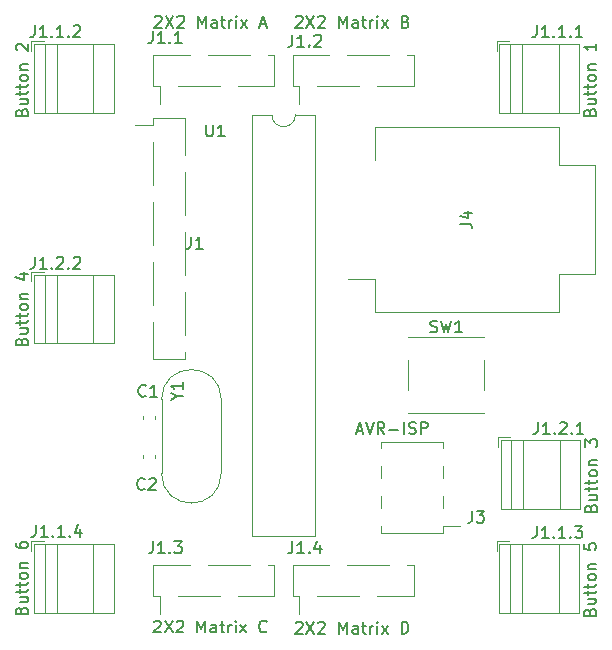
<source format=gbr>
%TF.GenerationSoftware,KiCad,Pcbnew,8.0.7*%
%TF.CreationDate,2024-12-21T11:08:24+01:00*%
%TF.ProjectId,circuit,63697263-7569-4742-9e6b-696361645f70,rev?*%
%TF.SameCoordinates,Original*%
%TF.FileFunction,Legend,Top*%
%TF.FilePolarity,Positive*%
%FSLAX46Y46*%
G04 Gerber Fmt 4.6, Leading zero omitted, Abs format (unit mm)*
G04 Created by KiCad (PCBNEW 8.0.7) date 2024-12-21 11:08:24*
%MOMM*%
%LPD*%
G01*
G04 APERTURE LIST*
%ADD10C,0.150000*%
%ADD11C,0.120000*%
G04 APERTURE END LIST*
D10*
X246438095Y-88954819D02*
X246438095Y-89669104D01*
X246438095Y-89669104D02*
X246390476Y-89811961D01*
X246390476Y-89811961D02*
X246295238Y-89907200D01*
X246295238Y-89907200D02*
X246152381Y-89954819D01*
X246152381Y-89954819D02*
X246057143Y-89954819D01*
X247438095Y-89954819D02*
X246866667Y-89954819D01*
X247152381Y-89954819D02*
X247152381Y-88954819D01*
X247152381Y-88954819D02*
X247057143Y-89097676D01*
X247057143Y-89097676D02*
X246961905Y-89192914D01*
X246961905Y-89192914D02*
X246866667Y-89240533D01*
X247866667Y-89859580D02*
X247914286Y-89907200D01*
X247914286Y-89907200D02*
X247866667Y-89954819D01*
X247866667Y-89954819D02*
X247819048Y-89907200D01*
X247819048Y-89907200D02*
X247866667Y-89859580D01*
X247866667Y-89859580D02*
X247866667Y-89954819D01*
X248866666Y-89954819D02*
X248295238Y-89954819D01*
X248580952Y-89954819D02*
X248580952Y-88954819D01*
X248580952Y-88954819D02*
X248485714Y-89097676D01*
X248485714Y-89097676D02*
X248390476Y-89192914D01*
X248390476Y-89192914D02*
X248295238Y-89240533D01*
X249295238Y-89859580D02*
X249342857Y-89907200D01*
X249342857Y-89907200D02*
X249295238Y-89954819D01*
X249295238Y-89954819D02*
X249247619Y-89907200D01*
X249247619Y-89907200D02*
X249295238Y-89859580D01*
X249295238Y-89859580D02*
X249295238Y-89954819D01*
X249676190Y-88954819D02*
X250295237Y-88954819D01*
X250295237Y-88954819D02*
X249961904Y-89335771D01*
X249961904Y-89335771D02*
X250104761Y-89335771D01*
X250104761Y-89335771D02*
X250199999Y-89383390D01*
X250199999Y-89383390D02*
X250247618Y-89431009D01*
X250247618Y-89431009D02*
X250295237Y-89526247D01*
X250295237Y-89526247D02*
X250295237Y-89764342D01*
X250295237Y-89764342D02*
X250247618Y-89859580D01*
X250247618Y-89859580D02*
X250199999Y-89907200D01*
X250199999Y-89907200D02*
X250104761Y-89954819D01*
X250104761Y-89954819D02*
X249819047Y-89954819D01*
X249819047Y-89954819D02*
X249723809Y-89907200D01*
X249723809Y-89907200D02*
X249676190Y-89859580D01*
X250931009Y-96214286D02*
X250978628Y-96071429D01*
X250978628Y-96071429D02*
X251026247Y-96023810D01*
X251026247Y-96023810D02*
X251121485Y-95976191D01*
X251121485Y-95976191D02*
X251264342Y-95976191D01*
X251264342Y-95976191D02*
X251359580Y-96023810D01*
X251359580Y-96023810D02*
X251407200Y-96071429D01*
X251407200Y-96071429D02*
X251454819Y-96166667D01*
X251454819Y-96166667D02*
X251454819Y-96547619D01*
X251454819Y-96547619D02*
X250454819Y-96547619D01*
X250454819Y-96547619D02*
X250454819Y-96214286D01*
X250454819Y-96214286D02*
X250502438Y-96119048D01*
X250502438Y-96119048D02*
X250550057Y-96071429D01*
X250550057Y-96071429D02*
X250645295Y-96023810D01*
X250645295Y-96023810D02*
X250740533Y-96023810D01*
X250740533Y-96023810D02*
X250835771Y-96071429D01*
X250835771Y-96071429D02*
X250883390Y-96119048D01*
X250883390Y-96119048D02*
X250931009Y-96214286D01*
X250931009Y-96214286D02*
X250931009Y-96547619D01*
X250788152Y-95119048D02*
X251454819Y-95119048D01*
X250788152Y-95547619D02*
X251311961Y-95547619D01*
X251311961Y-95547619D02*
X251407200Y-95500000D01*
X251407200Y-95500000D02*
X251454819Y-95404762D01*
X251454819Y-95404762D02*
X251454819Y-95261905D01*
X251454819Y-95261905D02*
X251407200Y-95166667D01*
X251407200Y-95166667D02*
X251359580Y-95119048D01*
X250788152Y-94785714D02*
X250788152Y-94404762D01*
X250454819Y-94642857D02*
X251311961Y-94642857D01*
X251311961Y-94642857D02*
X251407200Y-94595238D01*
X251407200Y-94595238D02*
X251454819Y-94500000D01*
X251454819Y-94500000D02*
X251454819Y-94404762D01*
X250788152Y-94214285D02*
X250788152Y-93833333D01*
X250454819Y-94071428D02*
X251311961Y-94071428D01*
X251311961Y-94071428D02*
X251407200Y-94023809D01*
X251407200Y-94023809D02*
X251454819Y-93928571D01*
X251454819Y-93928571D02*
X251454819Y-93833333D01*
X251454819Y-93357142D02*
X251407200Y-93452380D01*
X251407200Y-93452380D02*
X251359580Y-93499999D01*
X251359580Y-93499999D02*
X251264342Y-93547618D01*
X251264342Y-93547618D02*
X250978628Y-93547618D01*
X250978628Y-93547618D02*
X250883390Y-93499999D01*
X250883390Y-93499999D02*
X250835771Y-93452380D01*
X250835771Y-93452380D02*
X250788152Y-93357142D01*
X250788152Y-93357142D02*
X250788152Y-93214285D01*
X250788152Y-93214285D02*
X250835771Y-93119047D01*
X250835771Y-93119047D02*
X250883390Y-93071428D01*
X250883390Y-93071428D02*
X250978628Y-93023809D01*
X250978628Y-93023809D02*
X251264342Y-93023809D01*
X251264342Y-93023809D02*
X251359580Y-93071428D01*
X251359580Y-93071428D02*
X251407200Y-93119047D01*
X251407200Y-93119047D02*
X251454819Y-93214285D01*
X251454819Y-93214285D02*
X251454819Y-93357142D01*
X250788152Y-92595237D02*
X251454819Y-92595237D01*
X250883390Y-92595237D02*
X250835771Y-92547618D01*
X250835771Y-92547618D02*
X250788152Y-92452380D01*
X250788152Y-92452380D02*
X250788152Y-92309523D01*
X250788152Y-92309523D02*
X250835771Y-92214285D01*
X250835771Y-92214285D02*
X250931009Y-92166666D01*
X250931009Y-92166666D02*
X251454819Y-92166666D01*
X250454819Y-90452380D02*
X250454819Y-90928570D01*
X250454819Y-90928570D02*
X250931009Y-90976189D01*
X250931009Y-90976189D02*
X250883390Y-90928570D01*
X250883390Y-90928570D02*
X250835771Y-90833332D01*
X250835771Y-90833332D02*
X250835771Y-90595237D01*
X250835771Y-90595237D02*
X250883390Y-90499999D01*
X250883390Y-90499999D02*
X250931009Y-90452380D01*
X250931009Y-90452380D02*
X251026247Y-90404761D01*
X251026247Y-90404761D02*
X251264342Y-90404761D01*
X251264342Y-90404761D02*
X251359580Y-90452380D01*
X251359580Y-90452380D02*
X251407200Y-90499999D01*
X251407200Y-90499999D02*
X251454819Y-90595237D01*
X251454819Y-90595237D02*
X251454819Y-90833332D01*
X251454819Y-90833332D02*
X251407200Y-90928570D01*
X251407200Y-90928570D02*
X251359580Y-90976189D01*
X246438095Y-46554819D02*
X246438095Y-47269104D01*
X246438095Y-47269104D02*
X246390476Y-47411961D01*
X246390476Y-47411961D02*
X246295238Y-47507200D01*
X246295238Y-47507200D02*
X246152381Y-47554819D01*
X246152381Y-47554819D02*
X246057143Y-47554819D01*
X247438095Y-47554819D02*
X246866667Y-47554819D01*
X247152381Y-47554819D02*
X247152381Y-46554819D01*
X247152381Y-46554819D02*
X247057143Y-46697676D01*
X247057143Y-46697676D02*
X246961905Y-46792914D01*
X246961905Y-46792914D02*
X246866667Y-46840533D01*
X247866667Y-47459580D02*
X247914286Y-47507200D01*
X247914286Y-47507200D02*
X247866667Y-47554819D01*
X247866667Y-47554819D02*
X247819048Y-47507200D01*
X247819048Y-47507200D02*
X247866667Y-47459580D01*
X247866667Y-47459580D02*
X247866667Y-47554819D01*
X248866666Y-47554819D02*
X248295238Y-47554819D01*
X248580952Y-47554819D02*
X248580952Y-46554819D01*
X248580952Y-46554819D02*
X248485714Y-46697676D01*
X248485714Y-46697676D02*
X248390476Y-46792914D01*
X248390476Y-46792914D02*
X248295238Y-46840533D01*
X249295238Y-47459580D02*
X249342857Y-47507200D01*
X249342857Y-47507200D02*
X249295238Y-47554819D01*
X249295238Y-47554819D02*
X249247619Y-47507200D01*
X249247619Y-47507200D02*
X249295238Y-47459580D01*
X249295238Y-47459580D02*
X249295238Y-47554819D01*
X250295237Y-47554819D02*
X249723809Y-47554819D01*
X250009523Y-47554819D02*
X250009523Y-46554819D01*
X250009523Y-46554819D02*
X249914285Y-46697676D01*
X249914285Y-46697676D02*
X249819047Y-46792914D01*
X249819047Y-46792914D02*
X249723809Y-46840533D01*
X250931009Y-53914286D02*
X250978628Y-53771429D01*
X250978628Y-53771429D02*
X251026247Y-53723810D01*
X251026247Y-53723810D02*
X251121485Y-53676191D01*
X251121485Y-53676191D02*
X251264342Y-53676191D01*
X251264342Y-53676191D02*
X251359580Y-53723810D01*
X251359580Y-53723810D02*
X251407200Y-53771429D01*
X251407200Y-53771429D02*
X251454819Y-53866667D01*
X251454819Y-53866667D02*
X251454819Y-54247619D01*
X251454819Y-54247619D02*
X250454819Y-54247619D01*
X250454819Y-54247619D02*
X250454819Y-53914286D01*
X250454819Y-53914286D02*
X250502438Y-53819048D01*
X250502438Y-53819048D02*
X250550057Y-53771429D01*
X250550057Y-53771429D02*
X250645295Y-53723810D01*
X250645295Y-53723810D02*
X250740533Y-53723810D01*
X250740533Y-53723810D02*
X250835771Y-53771429D01*
X250835771Y-53771429D02*
X250883390Y-53819048D01*
X250883390Y-53819048D02*
X250931009Y-53914286D01*
X250931009Y-53914286D02*
X250931009Y-54247619D01*
X250788152Y-52819048D02*
X251454819Y-52819048D01*
X250788152Y-53247619D02*
X251311961Y-53247619D01*
X251311961Y-53247619D02*
X251407200Y-53200000D01*
X251407200Y-53200000D02*
X251454819Y-53104762D01*
X251454819Y-53104762D02*
X251454819Y-52961905D01*
X251454819Y-52961905D02*
X251407200Y-52866667D01*
X251407200Y-52866667D02*
X251359580Y-52819048D01*
X250788152Y-52485714D02*
X250788152Y-52104762D01*
X250454819Y-52342857D02*
X251311961Y-52342857D01*
X251311961Y-52342857D02*
X251407200Y-52295238D01*
X251407200Y-52295238D02*
X251454819Y-52200000D01*
X251454819Y-52200000D02*
X251454819Y-52104762D01*
X250788152Y-51914285D02*
X250788152Y-51533333D01*
X250454819Y-51771428D02*
X251311961Y-51771428D01*
X251311961Y-51771428D02*
X251407200Y-51723809D01*
X251407200Y-51723809D02*
X251454819Y-51628571D01*
X251454819Y-51628571D02*
X251454819Y-51533333D01*
X251454819Y-51057142D02*
X251407200Y-51152380D01*
X251407200Y-51152380D02*
X251359580Y-51199999D01*
X251359580Y-51199999D02*
X251264342Y-51247618D01*
X251264342Y-51247618D02*
X250978628Y-51247618D01*
X250978628Y-51247618D02*
X250883390Y-51199999D01*
X250883390Y-51199999D02*
X250835771Y-51152380D01*
X250835771Y-51152380D02*
X250788152Y-51057142D01*
X250788152Y-51057142D02*
X250788152Y-50914285D01*
X250788152Y-50914285D02*
X250835771Y-50819047D01*
X250835771Y-50819047D02*
X250883390Y-50771428D01*
X250883390Y-50771428D02*
X250978628Y-50723809D01*
X250978628Y-50723809D02*
X251264342Y-50723809D01*
X251264342Y-50723809D02*
X251359580Y-50771428D01*
X251359580Y-50771428D02*
X251407200Y-50819047D01*
X251407200Y-50819047D02*
X251454819Y-50914285D01*
X251454819Y-50914285D02*
X251454819Y-51057142D01*
X250788152Y-50295237D02*
X251454819Y-50295237D01*
X250883390Y-50295237D02*
X250835771Y-50247618D01*
X250835771Y-50247618D02*
X250788152Y-50152380D01*
X250788152Y-50152380D02*
X250788152Y-50009523D01*
X250788152Y-50009523D02*
X250835771Y-49914285D01*
X250835771Y-49914285D02*
X250931009Y-49866666D01*
X250931009Y-49866666D02*
X251454819Y-49866666D01*
X251454819Y-48104761D02*
X251454819Y-48676189D01*
X251454819Y-48390475D02*
X250454819Y-48390475D01*
X250454819Y-48390475D02*
X250597676Y-48485713D01*
X250597676Y-48485713D02*
X250692914Y-48580951D01*
X250692914Y-48580951D02*
X250740533Y-48676189D01*
X213233333Y-85799580D02*
X213185714Y-85847200D01*
X213185714Y-85847200D02*
X213042857Y-85894819D01*
X213042857Y-85894819D02*
X212947619Y-85894819D01*
X212947619Y-85894819D02*
X212804762Y-85847200D01*
X212804762Y-85847200D02*
X212709524Y-85751961D01*
X212709524Y-85751961D02*
X212661905Y-85656723D01*
X212661905Y-85656723D02*
X212614286Y-85466247D01*
X212614286Y-85466247D02*
X212614286Y-85323390D01*
X212614286Y-85323390D02*
X212661905Y-85132914D01*
X212661905Y-85132914D02*
X212709524Y-85037676D01*
X212709524Y-85037676D02*
X212804762Y-84942438D01*
X212804762Y-84942438D02*
X212947619Y-84894819D01*
X212947619Y-84894819D02*
X213042857Y-84894819D01*
X213042857Y-84894819D02*
X213185714Y-84942438D01*
X213185714Y-84942438D02*
X213233333Y-84990057D01*
X213614286Y-84990057D02*
X213661905Y-84942438D01*
X213661905Y-84942438D02*
X213757143Y-84894819D01*
X213757143Y-84894819D02*
X213995238Y-84894819D01*
X213995238Y-84894819D02*
X214090476Y-84942438D01*
X214090476Y-84942438D02*
X214138095Y-84990057D01*
X214138095Y-84990057D02*
X214185714Y-85085295D01*
X214185714Y-85085295D02*
X214185714Y-85180533D01*
X214185714Y-85180533D02*
X214138095Y-85323390D01*
X214138095Y-85323390D02*
X213566667Y-85894819D01*
X213566667Y-85894819D02*
X214185714Y-85894819D01*
X217166666Y-64454819D02*
X217166666Y-65169104D01*
X217166666Y-65169104D02*
X217119047Y-65311961D01*
X217119047Y-65311961D02*
X217023809Y-65407200D01*
X217023809Y-65407200D02*
X216880952Y-65454819D01*
X216880952Y-65454819D02*
X216785714Y-65454819D01*
X218166666Y-65454819D02*
X217595238Y-65454819D01*
X217880952Y-65454819D02*
X217880952Y-64454819D01*
X217880952Y-64454819D02*
X217785714Y-64597676D01*
X217785714Y-64597676D02*
X217690476Y-64692914D01*
X217690476Y-64692914D02*
X217595238Y-64740533D01*
X203938095Y-46554819D02*
X203938095Y-47269104D01*
X203938095Y-47269104D02*
X203890476Y-47411961D01*
X203890476Y-47411961D02*
X203795238Y-47507200D01*
X203795238Y-47507200D02*
X203652381Y-47554819D01*
X203652381Y-47554819D02*
X203557143Y-47554819D01*
X204938095Y-47554819D02*
X204366667Y-47554819D01*
X204652381Y-47554819D02*
X204652381Y-46554819D01*
X204652381Y-46554819D02*
X204557143Y-46697676D01*
X204557143Y-46697676D02*
X204461905Y-46792914D01*
X204461905Y-46792914D02*
X204366667Y-46840533D01*
X205366667Y-47459580D02*
X205414286Y-47507200D01*
X205414286Y-47507200D02*
X205366667Y-47554819D01*
X205366667Y-47554819D02*
X205319048Y-47507200D01*
X205319048Y-47507200D02*
X205366667Y-47459580D01*
X205366667Y-47459580D02*
X205366667Y-47554819D01*
X206366666Y-47554819D02*
X205795238Y-47554819D01*
X206080952Y-47554819D02*
X206080952Y-46554819D01*
X206080952Y-46554819D02*
X205985714Y-46697676D01*
X205985714Y-46697676D02*
X205890476Y-46792914D01*
X205890476Y-46792914D02*
X205795238Y-46840533D01*
X206795238Y-47459580D02*
X206842857Y-47507200D01*
X206842857Y-47507200D02*
X206795238Y-47554819D01*
X206795238Y-47554819D02*
X206747619Y-47507200D01*
X206747619Y-47507200D02*
X206795238Y-47459580D01*
X206795238Y-47459580D02*
X206795238Y-47554819D01*
X207223809Y-46650057D02*
X207271428Y-46602438D01*
X207271428Y-46602438D02*
X207366666Y-46554819D01*
X207366666Y-46554819D02*
X207604761Y-46554819D01*
X207604761Y-46554819D02*
X207699999Y-46602438D01*
X207699999Y-46602438D02*
X207747618Y-46650057D01*
X207747618Y-46650057D02*
X207795237Y-46745295D01*
X207795237Y-46745295D02*
X207795237Y-46840533D01*
X207795237Y-46840533D02*
X207747618Y-46983390D01*
X207747618Y-46983390D02*
X207176190Y-47554819D01*
X207176190Y-47554819D02*
X207795237Y-47554819D01*
X202831009Y-53914286D02*
X202878628Y-53771429D01*
X202878628Y-53771429D02*
X202926247Y-53723810D01*
X202926247Y-53723810D02*
X203021485Y-53676191D01*
X203021485Y-53676191D02*
X203164342Y-53676191D01*
X203164342Y-53676191D02*
X203259580Y-53723810D01*
X203259580Y-53723810D02*
X203307200Y-53771429D01*
X203307200Y-53771429D02*
X203354819Y-53866667D01*
X203354819Y-53866667D02*
X203354819Y-54247619D01*
X203354819Y-54247619D02*
X202354819Y-54247619D01*
X202354819Y-54247619D02*
X202354819Y-53914286D01*
X202354819Y-53914286D02*
X202402438Y-53819048D01*
X202402438Y-53819048D02*
X202450057Y-53771429D01*
X202450057Y-53771429D02*
X202545295Y-53723810D01*
X202545295Y-53723810D02*
X202640533Y-53723810D01*
X202640533Y-53723810D02*
X202735771Y-53771429D01*
X202735771Y-53771429D02*
X202783390Y-53819048D01*
X202783390Y-53819048D02*
X202831009Y-53914286D01*
X202831009Y-53914286D02*
X202831009Y-54247619D01*
X202688152Y-52819048D02*
X203354819Y-52819048D01*
X202688152Y-53247619D02*
X203211961Y-53247619D01*
X203211961Y-53247619D02*
X203307200Y-53200000D01*
X203307200Y-53200000D02*
X203354819Y-53104762D01*
X203354819Y-53104762D02*
X203354819Y-52961905D01*
X203354819Y-52961905D02*
X203307200Y-52866667D01*
X203307200Y-52866667D02*
X203259580Y-52819048D01*
X202688152Y-52485714D02*
X202688152Y-52104762D01*
X202354819Y-52342857D02*
X203211961Y-52342857D01*
X203211961Y-52342857D02*
X203307200Y-52295238D01*
X203307200Y-52295238D02*
X203354819Y-52200000D01*
X203354819Y-52200000D02*
X203354819Y-52104762D01*
X202688152Y-51914285D02*
X202688152Y-51533333D01*
X202354819Y-51771428D02*
X203211961Y-51771428D01*
X203211961Y-51771428D02*
X203307200Y-51723809D01*
X203307200Y-51723809D02*
X203354819Y-51628571D01*
X203354819Y-51628571D02*
X203354819Y-51533333D01*
X203354819Y-51057142D02*
X203307200Y-51152380D01*
X203307200Y-51152380D02*
X203259580Y-51199999D01*
X203259580Y-51199999D02*
X203164342Y-51247618D01*
X203164342Y-51247618D02*
X202878628Y-51247618D01*
X202878628Y-51247618D02*
X202783390Y-51199999D01*
X202783390Y-51199999D02*
X202735771Y-51152380D01*
X202735771Y-51152380D02*
X202688152Y-51057142D01*
X202688152Y-51057142D02*
X202688152Y-50914285D01*
X202688152Y-50914285D02*
X202735771Y-50819047D01*
X202735771Y-50819047D02*
X202783390Y-50771428D01*
X202783390Y-50771428D02*
X202878628Y-50723809D01*
X202878628Y-50723809D02*
X203164342Y-50723809D01*
X203164342Y-50723809D02*
X203259580Y-50771428D01*
X203259580Y-50771428D02*
X203307200Y-50819047D01*
X203307200Y-50819047D02*
X203354819Y-50914285D01*
X203354819Y-50914285D02*
X203354819Y-51057142D01*
X202688152Y-50295237D02*
X203354819Y-50295237D01*
X202783390Y-50295237D02*
X202735771Y-50247618D01*
X202735771Y-50247618D02*
X202688152Y-50152380D01*
X202688152Y-50152380D02*
X202688152Y-50009523D01*
X202688152Y-50009523D02*
X202735771Y-49914285D01*
X202735771Y-49914285D02*
X202831009Y-49866666D01*
X202831009Y-49866666D02*
X203354819Y-49866666D01*
X202450057Y-48676189D02*
X202402438Y-48628570D01*
X202402438Y-48628570D02*
X202354819Y-48533332D01*
X202354819Y-48533332D02*
X202354819Y-48295237D01*
X202354819Y-48295237D02*
X202402438Y-48199999D01*
X202402438Y-48199999D02*
X202450057Y-48152380D01*
X202450057Y-48152380D02*
X202545295Y-48104761D01*
X202545295Y-48104761D02*
X202640533Y-48104761D01*
X202640533Y-48104761D02*
X202783390Y-48152380D01*
X202783390Y-48152380D02*
X203354819Y-48723808D01*
X203354819Y-48723808D02*
X203354819Y-48104761D01*
X213942381Y-47054819D02*
X213942381Y-47769104D01*
X213942381Y-47769104D02*
X213894762Y-47911961D01*
X213894762Y-47911961D02*
X213799524Y-48007200D01*
X213799524Y-48007200D02*
X213656667Y-48054819D01*
X213656667Y-48054819D02*
X213561429Y-48054819D01*
X214942381Y-48054819D02*
X214370953Y-48054819D01*
X214656667Y-48054819D02*
X214656667Y-47054819D01*
X214656667Y-47054819D02*
X214561429Y-47197676D01*
X214561429Y-47197676D02*
X214466191Y-47292914D01*
X214466191Y-47292914D02*
X214370953Y-47340533D01*
X215370953Y-47959580D02*
X215418572Y-48007200D01*
X215418572Y-48007200D02*
X215370953Y-48054819D01*
X215370953Y-48054819D02*
X215323334Y-48007200D01*
X215323334Y-48007200D02*
X215370953Y-47959580D01*
X215370953Y-47959580D02*
X215370953Y-48054819D01*
X216370952Y-48054819D02*
X215799524Y-48054819D01*
X216085238Y-48054819D02*
X216085238Y-47054819D01*
X216085238Y-47054819D02*
X215990000Y-47197676D01*
X215990000Y-47197676D02*
X215894762Y-47292914D01*
X215894762Y-47292914D02*
X215799524Y-47340533D01*
X214109523Y-45850057D02*
X214157142Y-45802438D01*
X214157142Y-45802438D02*
X214252380Y-45754819D01*
X214252380Y-45754819D02*
X214490475Y-45754819D01*
X214490475Y-45754819D02*
X214585713Y-45802438D01*
X214585713Y-45802438D02*
X214633332Y-45850057D01*
X214633332Y-45850057D02*
X214680951Y-45945295D01*
X214680951Y-45945295D02*
X214680951Y-46040533D01*
X214680951Y-46040533D02*
X214633332Y-46183390D01*
X214633332Y-46183390D02*
X214061904Y-46754819D01*
X214061904Y-46754819D02*
X214680951Y-46754819D01*
X215014285Y-45754819D02*
X215680951Y-46754819D01*
X215680951Y-45754819D02*
X215014285Y-46754819D01*
X216014285Y-45850057D02*
X216061904Y-45802438D01*
X216061904Y-45802438D02*
X216157142Y-45754819D01*
X216157142Y-45754819D02*
X216395237Y-45754819D01*
X216395237Y-45754819D02*
X216490475Y-45802438D01*
X216490475Y-45802438D02*
X216538094Y-45850057D01*
X216538094Y-45850057D02*
X216585713Y-45945295D01*
X216585713Y-45945295D02*
X216585713Y-46040533D01*
X216585713Y-46040533D02*
X216538094Y-46183390D01*
X216538094Y-46183390D02*
X215966666Y-46754819D01*
X215966666Y-46754819D02*
X216585713Y-46754819D01*
X217776190Y-46754819D02*
X217776190Y-45754819D01*
X217776190Y-45754819D02*
X218109523Y-46469104D01*
X218109523Y-46469104D02*
X218442856Y-45754819D01*
X218442856Y-45754819D02*
X218442856Y-46754819D01*
X219347618Y-46754819D02*
X219347618Y-46231009D01*
X219347618Y-46231009D02*
X219299999Y-46135771D01*
X219299999Y-46135771D02*
X219204761Y-46088152D01*
X219204761Y-46088152D02*
X219014285Y-46088152D01*
X219014285Y-46088152D02*
X218919047Y-46135771D01*
X219347618Y-46707200D02*
X219252380Y-46754819D01*
X219252380Y-46754819D02*
X219014285Y-46754819D01*
X219014285Y-46754819D02*
X218919047Y-46707200D01*
X218919047Y-46707200D02*
X218871428Y-46611961D01*
X218871428Y-46611961D02*
X218871428Y-46516723D01*
X218871428Y-46516723D02*
X218919047Y-46421485D01*
X218919047Y-46421485D02*
X219014285Y-46373866D01*
X219014285Y-46373866D02*
X219252380Y-46373866D01*
X219252380Y-46373866D02*
X219347618Y-46326247D01*
X219680952Y-46088152D02*
X220061904Y-46088152D01*
X219823809Y-45754819D02*
X219823809Y-46611961D01*
X219823809Y-46611961D02*
X219871428Y-46707200D01*
X219871428Y-46707200D02*
X219966666Y-46754819D01*
X219966666Y-46754819D02*
X220061904Y-46754819D01*
X220395238Y-46754819D02*
X220395238Y-46088152D01*
X220395238Y-46278628D02*
X220442857Y-46183390D01*
X220442857Y-46183390D02*
X220490476Y-46135771D01*
X220490476Y-46135771D02*
X220585714Y-46088152D01*
X220585714Y-46088152D02*
X220680952Y-46088152D01*
X221014286Y-46754819D02*
X221014286Y-46088152D01*
X221014286Y-45754819D02*
X220966667Y-45802438D01*
X220966667Y-45802438D02*
X221014286Y-45850057D01*
X221014286Y-45850057D02*
X221061905Y-45802438D01*
X221061905Y-45802438D02*
X221014286Y-45754819D01*
X221014286Y-45754819D02*
X221014286Y-45850057D01*
X221395238Y-46754819D02*
X221919047Y-46088152D01*
X221395238Y-46088152D02*
X221919047Y-46754819D01*
X223014286Y-46469104D02*
X223490476Y-46469104D01*
X222919048Y-46754819D02*
X223252381Y-45754819D01*
X223252381Y-45754819D02*
X223585714Y-46754819D01*
X213333333Y-77899580D02*
X213285714Y-77947200D01*
X213285714Y-77947200D02*
X213142857Y-77994819D01*
X213142857Y-77994819D02*
X213047619Y-77994819D01*
X213047619Y-77994819D02*
X212904762Y-77947200D01*
X212904762Y-77947200D02*
X212809524Y-77851961D01*
X212809524Y-77851961D02*
X212761905Y-77756723D01*
X212761905Y-77756723D02*
X212714286Y-77566247D01*
X212714286Y-77566247D02*
X212714286Y-77423390D01*
X212714286Y-77423390D02*
X212761905Y-77232914D01*
X212761905Y-77232914D02*
X212809524Y-77137676D01*
X212809524Y-77137676D02*
X212904762Y-77042438D01*
X212904762Y-77042438D02*
X213047619Y-76994819D01*
X213047619Y-76994819D02*
X213142857Y-76994819D01*
X213142857Y-76994819D02*
X213285714Y-77042438D01*
X213285714Y-77042438D02*
X213333333Y-77090057D01*
X214285714Y-77994819D02*
X213714286Y-77994819D01*
X214000000Y-77994819D02*
X214000000Y-76994819D01*
X214000000Y-76994819D02*
X213904762Y-77137676D01*
X213904762Y-77137676D02*
X213809524Y-77232914D01*
X213809524Y-77232914D02*
X213714286Y-77280533D01*
X239954819Y-63333333D02*
X240669104Y-63333333D01*
X240669104Y-63333333D02*
X240811961Y-63380952D01*
X240811961Y-63380952D02*
X240907200Y-63476190D01*
X240907200Y-63476190D02*
X240954819Y-63619047D01*
X240954819Y-63619047D02*
X240954819Y-63714285D01*
X240288152Y-62428571D02*
X240954819Y-62428571D01*
X239907200Y-62666666D02*
X240621485Y-62904761D01*
X240621485Y-62904761D02*
X240621485Y-62285714D01*
X203938095Y-66154819D02*
X203938095Y-66869104D01*
X203938095Y-66869104D02*
X203890476Y-67011961D01*
X203890476Y-67011961D02*
X203795238Y-67107200D01*
X203795238Y-67107200D02*
X203652381Y-67154819D01*
X203652381Y-67154819D02*
X203557143Y-67154819D01*
X204938095Y-67154819D02*
X204366667Y-67154819D01*
X204652381Y-67154819D02*
X204652381Y-66154819D01*
X204652381Y-66154819D02*
X204557143Y-66297676D01*
X204557143Y-66297676D02*
X204461905Y-66392914D01*
X204461905Y-66392914D02*
X204366667Y-66440533D01*
X205366667Y-67059580D02*
X205414286Y-67107200D01*
X205414286Y-67107200D02*
X205366667Y-67154819D01*
X205366667Y-67154819D02*
X205319048Y-67107200D01*
X205319048Y-67107200D02*
X205366667Y-67059580D01*
X205366667Y-67059580D02*
X205366667Y-67154819D01*
X205795238Y-66250057D02*
X205842857Y-66202438D01*
X205842857Y-66202438D02*
X205938095Y-66154819D01*
X205938095Y-66154819D02*
X206176190Y-66154819D01*
X206176190Y-66154819D02*
X206271428Y-66202438D01*
X206271428Y-66202438D02*
X206319047Y-66250057D01*
X206319047Y-66250057D02*
X206366666Y-66345295D01*
X206366666Y-66345295D02*
X206366666Y-66440533D01*
X206366666Y-66440533D02*
X206319047Y-66583390D01*
X206319047Y-66583390D02*
X205747619Y-67154819D01*
X205747619Y-67154819D02*
X206366666Y-67154819D01*
X206795238Y-67059580D02*
X206842857Y-67107200D01*
X206842857Y-67107200D02*
X206795238Y-67154819D01*
X206795238Y-67154819D02*
X206747619Y-67107200D01*
X206747619Y-67107200D02*
X206795238Y-67059580D01*
X206795238Y-67059580D02*
X206795238Y-67154819D01*
X207223809Y-66250057D02*
X207271428Y-66202438D01*
X207271428Y-66202438D02*
X207366666Y-66154819D01*
X207366666Y-66154819D02*
X207604761Y-66154819D01*
X207604761Y-66154819D02*
X207699999Y-66202438D01*
X207699999Y-66202438D02*
X207747618Y-66250057D01*
X207747618Y-66250057D02*
X207795237Y-66345295D01*
X207795237Y-66345295D02*
X207795237Y-66440533D01*
X207795237Y-66440533D02*
X207747618Y-66583390D01*
X207747618Y-66583390D02*
X207176190Y-67154819D01*
X207176190Y-67154819D02*
X207795237Y-67154819D01*
X202831009Y-73314286D02*
X202878628Y-73171429D01*
X202878628Y-73171429D02*
X202926247Y-73123810D01*
X202926247Y-73123810D02*
X203021485Y-73076191D01*
X203021485Y-73076191D02*
X203164342Y-73076191D01*
X203164342Y-73076191D02*
X203259580Y-73123810D01*
X203259580Y-73123810D02*
X203307200Y-73171429D01*
X203307200Y-73171429D02*
X203354819Y-73266667D01*
X203354819Y-73266667D02*
X203354819Y-73647619D01*
X203354819Y-73647619D02*
X202354819Y-73647619D01*
X202354819Y-73647619D02*
X202354819Y-73314286D01*
X202354819Y-73314286D02*
X202402438Y-73219048D01*
X202402438Y-73219048D02*
X202450057Y-73171429D01*
X202450057Y-73171429D02*
X202545295Y-73123810D01*
X202545295Y-73123810D02*
X202640533Y-73123810D01*
X202640533Y-73123810D02*
X202735771Y-73171429D01*
X202735771Y-73171429D02*
X202783390Y-73219048D01*
X202783390Y-73219048D02*
X202831009Y-73314286D01*
X202831009Y-73314286D02*
X202831009Y-73647619D01*
X202688152Y-72219048D02*
X203354819Y-72219048D01*
X202688152Y-72647619D02*
X203211961Y-72647619D01*
X203211961Y-72647619D02*
X203307200Y-72600000D01*
X203307200Y-72600000D02*
X203354819Y-72504762D01*
X203354819Y-72504762D02*
X203354819Y-72361905D01*
X203354819Y-72361905D02*
X203307200Y-72266667D01*
X203307200Y-72266667D02*
X203259580Y-72219048D01*
X202688152Y-71885714D02*
X202688152Y-71504762D01*
X202354819Y-71742857D02*
X203211961Y-71742857D01*
X203211961Y-71742857D02*
X203307200Y-71695238D01*
X203307200Y-71695238D02*
X203354819Y-71600000D01*
X203354819Y-71600000D02*
X203354819Y-71504762D01*
X202688152Y-71314285D02*
X202688152Y-70933333D01*
X202354819Y-71171428D02*
X203211961Y-71171428D01*
X203211961Y-71171428D02*
X203307200Y-71123809D01*
X203307200Y-71123809D02*
X203354819Y-71028571D01*
X203354819Y-71028571D02*
X203354819Y-70933333D01*
X203354819Y-70457142D02*
X203307200Y-70552380D01*
X203307200Y-70552380D02*
X203259580Y-70599999D01*
X203259580Y-70599999D02*
X203164342Y-70647618D01*
X203164342Y-70647618D02*
X202878628Y-70647618D01*
X202878628Y-70647618D02*
X202783390Y-70599999D01*
X202783390Y-70599999D02*
X202735771Y-70552380D01*
X202735771Y-70552380D02*
X202688152Y-70457142D01*
X202688152Y-70457142D02*
X202688152Y-70314285D01*
X202688152Y-70314285D02*
X202735771Y-70219047D01*
X202735771Y-70219047D02*
X202783390Y-70171428D01*
X202783390Y-70171428D02*
X202878628Y-70123809D01*
X202878628Y-70123809D02*
X203164342Y-70123809D01*
X203164342Y-70123809D02*
X203259580Y-70171428D01*
X203259580Y-70171428D02*
X203307200Y-70219047D01*
X203307200Y-70219047D02*
X203354819Y-70314285D01*
X203354819Y-70314285D02*
X203354819Y-70457142D01*
X202688152Y-69695237D02*
X203354819Y-69695237D01*
X202783390Y-69695237D02*
X202735771Y-69647618D01*
X202735771Y-69647618D02*
X202688152Y-69552380D01*
X202688152Y-69552380D02*
X202688152Y-69409523D01*
X202688152Y-69409523D02*
X202735771Y-69314285D01*
X202735771Y-69314285D02*
X202831009Y-69266666D01*
X202831009Y-69266666D02*
X203354819Y-69266666D01*
X202688152Y-67599999D02*
X203354819Y-67599999D01*
X202307200Y-67838094D02*
X203021485Y-68076189D01*
X203021485Y-68076189D02*
X203021485Y-67457142D01*
X218438095Y-54954819D02*
X218438095Y-55764342D01*
X218438095Y-55764342D02*
X218485714Y-55859580D01*
X218485714Y-55859580D02*
X218533333Y-55907200D01*
X218533333Y-55907200D02*
X218628571Y-55954819D01*
X218628571Y-55954819D02*
X218819047Y-55954819D01*
X218819047Y-55954819D02*
X218914285Y-55907200D01*
X218914285Y-55907200D02*
X218961904Y-55859580D01*
X218961904Y-55859580D02*
X219009523Y-55764342D01*
X219009523Y-55764342D02*
X219009523Y-54954819D01*
X220009523Y-55954819D02*
X219438095Y-55954819D01*
X219723809Y-55954819D02*
X219723809Y-54954819D01*
X219723809Y-54954819D02*
X219628571Y-55097676D01*
X219628571Y-55097676D02*
X219533333Y-55192914D01*
X219533333Y-55192914D02*
X219438095Y-55240533D01*
X240966666Y-87654819D02*
X240966666Y-88369104D01*
X240966666Y-88369104D02*
X240919047Y-88511961D01*
X240919047Y-88511961D02*
X240823809Y-88607200D01*
X240823809Y-88607200D02*
X240680952Y-88654819D01*
X240680952Y-88654819D02*
X240585714Y-88654819D01*
X241347619Y-87654819D02*
X241966666Y-87654819D01*
X241966666Y-87654819D02*
X241633333Y-88035771D01*
X241633333Y-88035771D02*
X241776190Y-88035771D01*
X241776190Y-88035771D02*
X241871428Y-88083390D01*
X241871428Y-88083390D02*
X241919047Y-88131009D01*
X241919047Y-88131009D02*
X241966666Y-88226247D01*
X241966666Y-88226247D02*
X241966666Y-88464342D01*
X241966666Y-88464342D02*
X241919047Y-88559580D01*
X241919047Y-88559580D02*
X241871428Y-88607200D01*
X241871428Y-88607200D02*
X241776190Y-88654819D01*
X241776190Y-88654819D02*
X241490476Y-88654819D01*
X241490476Y-88654819D02*
X241395238Y-88607200D01*
X241395238Y-88607200D02*
X241347619Y-88559580D01*
X231200000Y-80869104D02*
X231676190Y-80869104D01*
X231104762Y-81154819D02*
X231438095Y-80154819D01*
X231438095Y-80154819D02*
X231771428Y-81154819D01*
X231961905Y-80154819D02*
X232295238Y-81154819D01*
X232295238Y-81154819D02*
X232628571Y-80154819D01*
X233533333Y-81154819D02*
X233200000Y-80678628D01*
X232961905Y-81154819D02*
X232961905Y-80154819D01*
X232961905Y-80154819D02*
X233342857Y-80154819D01*
X233342857Y-80154819D02*
X233438095Y-80202438D01*
X233438095Y-80202438D02*
X233485714Y-80250057D01*
X233485714Y-80250057D02*
X233533333Y-80345295D01*
X233533333Y-80345295D02*
X233533333Y-80488152D01*
X233533333Y-80488152D02*
X233485714Y-80583390D01*
X233485714Y-80583390D02*
X233438095Y-80631009D01*
X233438095Y-80631009D02*
X233342857Y-80678628D01*
X233342857Y-80678628D02*
X232961905Y-80678628D01*
X233961905Y-80773866D02*
X234723810Y-80773866D01*
X235200000Y-81154819D02*
X235200000Y-80154819D01*
X235628571Y-81107200D02*
X235771428Y-81154819D01*
X235771428Y-81154819D02*
X236009523Y-81154819D01*
X236009523Y-81154819D02*
X236104761Y-81107200D01*
X236104761Y-81107200D02*
X236152380Y-81059580D01*
X236152380Y-81059580D02*
X236199999Y-80964342D01*
X236199999Y-80964342D02*
X236199999Y-80869104D01*
X236199999Y-80869104D02*
X236152380Y-80773866D01*
X236152380Y-80773866D02*
X236104761Y-80726247D01*
X236104761Y-80726247D02*
X236009523Y-80678628D01*
X236009523Y-80678628D02*
X235819047Y-80631009D01*
X235819047Y-80631009D02*
X235723809Y-80583390D01*
X235723809Y-80583390D02*
X235676190Y-80535771D01*
X235676190Y-80535771D02*
X235628571Y-80440533D01*
X235628571Y-80440533D02*
X235628571Y-80345295D01*
X235628571Y-80345295D02*
X235676190Y-80250057D01*
X235676190Y-80250057D02*
X235723809Y-80202438D01*
X235723809Y-80202438D02*
X235819047Y-80154819D01*
X235819047Y-80154819D02*
X236057142Y-80154819D01*
X236057142Y-80154819D02*
X236199999Y-80202438D01*
X236628571Y-81154819D02*
X236628571Y-80154819D01*
X236628571Y-80154819D02*
X237009523Y-80154819D01*
X237009523Y-80154819D02*
X237104761Y-80202438D01*
X237104761Y-80202438D02*
X237152380Y-80250057D01*
X237152380Y-80250057D02*
X237199999Y-80345295D01*
X237199999Y-80345295D02*
X237199999Y-80488152D01*
X237199999Y-80488152D02*
X237152380Y-80583390D01*
X237152380Y-80583390D02*
X237104761Y-80631009D01*
X237104761Y-80631009D02*
X237009523Y-80678628D01*
X237009523Y-80678628D02*
X236628571Y-80678628D01*
X225752381Y-47354819D02*
X225752381Y-48069104D01*
X225752381Y-48069104D02*
X225704762Y-48211961D01*
X225704762Y-48211961D02*
X225609524Y-48307200D01*
X225609524Y-48307200D02*
X225466667Y-48354819D01*
X225466667Y-48354819D02*
X225371429Y-48354819D01*
X226752381Y-48354819D02*
X226180953Y-48354819D01*
X226466667Y-48354819D02*
X226466667Y-47354819D01*
X226466667Y-47354819D02*
X226371429Y-47497676D01*
X226371429Y-47497676D02*
X226276191Y-47592914D01*
X226276191Y-47592914D02*
X226180953Y-47640533D01*
X227180953Y-48259580D02*
X227228572Y-48307200D01*
X227228572Y-48307200D02*
X227180953Y-48354819D01*
X227180953Y-48354819D02*
X227133334Y-48307200D01*
X227133334Y-48307200D02*
X227180953Y-48259580D01*
X227180953Y-48259580D02*
X227180953Y-48354819D01*
X227609524Y-47450057D02*
X227657143Y-47402438D01*
X227657143Y-47402438D02*
X227752381Y-47354819D01*
X227752381Y-47354819D02*
X227990476Y-47354819D01*
X227990476Y-47354819D02*
X228085714Y-47402438D01*
X228085714Y-47402438D02*
X228133333Y-47450057D01*
X228133333Y-47450057D02*
X228180952Y-47545295D01*
X228180952Y-47545295D02*
X228180952Y-47640533D01*
X228180952Y-47640533D02*
X228133333Y-47783390D01*
X228133333Y-47783390D02*
X227561905Y-48354819D01*
X227561905Y-48354819D02*
X228180952Y-48354819D01*
X226038095Y-45850057D02*
X226085714Y-45802438D01*
X226085714Y-45802438D02*
X226180952Y-45754819D01*
X226180952Y-45754819D02*
X226419047Y-45754819D01*
X226419047Y-45754819D02*
X226514285Y-45802438D01*
X226514285Y-45802438D02*
X226561904Y-45850057D01*
X226561904Y-45850057D02*
X226609523Y-45945295D01*
X226609523Y-45945295D02*
X226609523Y-46040533D01*
X226609523Y-46040533D02*
X226561904Y-46183390D01*
X226561904Y-46183390D02*
X225990476Y-46754819D01*
X225990476Y-46754819D02*
X226609523Y-46754819D01*
X226942857Y-45754819D02*
X227609523Y-46754819D01*
X227609523Y-45754819D02*
X226942857Y-46754819D01*
X227942857Y-45850057D02*
X227990476Y-45802438D01*
X227990476Y-45802438D02*
X228085714Y-45754819D01*
X228085714Y-45754819D02*
X228323809Y-45754819D01*
X228323809Y-45754819D02*
X228419047Y-45802438D01*
X228419047Y-45802438D02*
X228466666Y-45850057D01*
X228466666Y-45850057D02*
X228514285Y-45945295D01*
X228514285Y-45945295D02*
X228514285Y-46040533D01*
X228514285Y-46040533D02*
X228466666Y-46183390D01*
X228466666Y-46183390D02*
X227895238Y-46754819D01*
X227895238Y-46754819D02*
X228514285Y-46754819D01*
X229704762Y-46754819D02*
X229704762Y-45754819D01*
X229704762Y-45754819D02*
X230038095Y-46469104D01*
X230038095Y-46469104D02*
X230371428Y-45754819D01*
X230371428Y-45754819D02*
X230371428Y-46754819D01*
X231276190Y-46754819D02*
X231276190Y-46231009D01*
X231276190Y-46231009D02*
X231228571Y-46135771D01*
X231228571Y-46135771D02*
X231133333Y-46088152D01*
X231133333Y-46088152D02*
X230942857Y-46088152D01*
X230942857Y-46088152D02*
X230847619Y-46135771D01*
X231276190Y-46707200D02*
X231180952Y-46754819D01*
X231180952Y-46754819D02*
X230942857Y-46754819D01*
X230942857Y-46754819D02*
X230847619Y-46707200D01*
X230847619Y-46707200D02*
X230800000Y-46611961D01*
X230800000Y-46611961D02*
X230800000Y-46516723D01*
X230800000Y-46516723D02*
X230847619Y-46421485D01*
X230847619Y-46421485D02*
X230942857Y-46373866D01*
X230942857Y-46373866D02*
X231180952Y-46373866D01*
X231180952Y-46373866D02*
X231276190Y-46326247D01*
X231609524Y-46088152D02*
X231990476Y-46088152D01*
X231752381Y-45754819D02*
X231752381Y-46611961D01*
X231752381Y-46611961D02*
X231800000Y-46707200D01*
X231800000Y-46707200D02*
X231895238Y-46754819D01*
X231895238Y-46754819D02*
X231990476Y-46754819D01*
X232323810Y-46754819D02*
X232323810Y-46088152D01*
X232323810Y-46278628D02*
X232371429Y-46183390D01*
X232371429Y-46183390D02*
X232419048Y-46135771D01*
X232419048Y-46135771D02*
X232514286Y-46088152D01*
X232514286Y-46088152D02*
X232609524Y-46088152D01*
X232942858Y-46754819D02*
X232942858Y-46088152D01*
X232942858Y-45754819D02*
X232895239Y-45802438D01*
X232895239Y-45802438D02*
X232942858Y-45850057D01*
X232942858Y-45850057D02*
X232990477Y-45802438D01*
X232990477Y-45802438D02*
X232942858Y-45754819D01*
X232942858Y-45754819D02*
X232942858Y-45850057D01*
X233323810Y-46754819D02*
X233847619Y-46088152D01*
X233323810Y-46088152D02*
X233847619Y-46754819D01*
X235323810Y-46231009D02*
X235466667Y-46278628D01*
X235466667Y-46278628D02*
X235514286Y-46326247D01*
X235514286Y-46326247D02*
X235561905Y-46421485D01*
X235561905Y-46421485D02*
X235561905Y-46564342D01*
X235561905Y-46564342D02*
X235514286Y-46659580D01*
X235514286Y-46659580D02*
X235466667Y-46707200D01*
X235466667Y-46707200D02*
X235371429Y-46754819D01*
X235371429Y-46754819D02*
X234990477Y-46754819D01*
X234990477Y-46754819D02*
X234990477Y-45754819D01*
X234990477Y-45754819D02*
X235323810Y-45754819D01*
X235323810Y-45754819D02*
X235419048Y-45802438D01*
X235419048Y-45802438D02*
X235466667Y-45850057D01*
X235466667Y-45850057D02*
X235514286Y-45945295D01*
X235514286Y-45945295D02*
X235514286Y-46040533D01*
X235514286Y-46040533D02*
X235466667Y-46135771D01*
X235466667Y-46135771D02*
X235419048Y-46183390D01*
X235419048Y-46183390D02*
X235323810Y-46231009D01*
X235323810Y-46231009D02*
X234990477Y-46231009D01*
X215978628Y-77976190D02*
X216454819Y-77976190D01*
X215454819Y-78309523D02*
X215978628Y-77976190D01*
X215978628Y-77976190D02*
X215454819Y-77642857D01*
X216454819Y-76785714D02*
X216454819Y-77357142D01*
X216454819Y-77071428D02*
X215454819Y-77071428D01*
X215454819Y-77071428D02*
X215597676Y-77166666D01*
X215597676Y-77166666D02*
X215692914Y-77261904D01*
X215692914Y-77261904D02*
X215740533Y-77357142D01*
X246538095Y-80154819D02*
X246538095Y-80869104D01*
X246538095Y-80869104D02*
X246490476Y-81011961D01*
X246490476Y-81011961D02*
X246395238Y-81107200D01*
X246395238Y-81107200D02*
X246252381Y-81154819D01*
X246252381Y-81154819D02*
X246157143Y-81154819D01*
X247538095Y-81154819D02*
X246966667Y-81154819D01*
X247252381Y-81154819D02*
X247252381Y-80154819D01*
X247252381Y-80154819D02*
X247157143Y-80297676D01*
X247157143Y-80297676D02*
X247061905Y-80392914D01*
X247061905Y-80392914D02*
X246966667Y-80440533D01*
X247966667Y-81059580D02*
X248014286Y-81107200D01*
X248014286Y-81107200D02*
X247966667Y-81154819D01*
X247966667Y-81154819D02*
X247919048Y-81107200D01*
X247919048Y-81107200D02*
X247966667Y-81059580D01*
X247966667Y-81059580D02*
X247966667Y-81154819D01*
X248395238Y-80250057D02*
X248442857Y-80202438D01*
X248442857Y-80202438D02*
X248538095Y-80154819D01*
X248538095Y-80154819D02*
X248776190Y-80154819D01*
X248776190Y-80154819D02*
X248871428Y-80202438D01*
X248871428Y-80202438D02*
X248919047Y-80250057D01*
X248919047Y-80250057D02*
X248966666Y-80345295D01*
X248966666Y-80345295D02*
X248966666Y-80440533D01*
X248966666Y-80440533D02*
X248919047Y-80583390D01*
X248919047Y-80583390D02*
X248347619Y-81154819D01*
X248347619Y-81154819D02*
X248966666Y-81154819D01*
X249395238Y-81059580D02*
X249442857Y-81107200D01*
X249442857Y-81107200D02*
X249395238Y-81154819D01*
X249395238Y-81154819D02*
X249347619Y-81107200D01*
X249347619Y-81107200D02*
X249395238Y-81059580D01*
X249395238Y-81059580D02*
X249395238Y-81154819D01*
X250395237Y-81154819D02*
X249823809Y-81154819D01*
X250109523Y-81154819D02*
X250109523Y-80154819D01*
X250109523Y-80154819D02*
X250014285Y-80297676D01*
X250014285Y-80297676D02*
X249919047Y-80392914D01*
X249919047Y-80392914D02*
X249823809Y-80440533D01*
X251031009Y-87414286D02*
X251078628Y-87271429D01*
X251078628Y-87271429D02*
X251126247Y-87223810D01*
X251126247Y-87223810D02*
X251221485Y-87176191D01*
X251221485Y-87176191D02*
X251364342Y-87176191D01*
X251364342Y-87176191D02*
X251459580Y-87223810D01*
X251459580Y-87223810D02*
X251507200Y-87271429D01*
X251507200Y-87271429D02*
X251554819Y-87366667D01*
X251554819Y-87366667D02*
X251554819Y-87747619D01*
X251554819Y-87747619D02*
X250554819Y-87747619D01*
X250554819Y-87747619D02*
X250554819Y-87414286D01*
X250554819Y-87414286D02*
X250602438Y-87319048D01*
X250602438Y-87319048D02*
X250650057Y-87271429D01*
X250650057Y-87271429D02*
X250745295Y-87223810D01*
X250745295Y-87223810D02*
X250840533Y-87223810D01*
X250840533Y-87223810D02*
X250935771Y-87271429D01*
X250935771Y-87271429D02*
X250983390Y-87319048D01*
X250983390Y-87319048D02*
X251031009Y-87414286D01*
X251031009Y-87414286D02*
X251031009Y-87747619D01*
X250888152Y-86319048D02*
X251554819Y-86319048D01*
X250888152Y-86747619D02*
X251411961Y-86747619D01*
X251411961Y-86747619D02*
X251507200Y-86700000D01*
X251507200Y-86700000D02*
X251554819Y-86604762D01*
X251554819Y-86604762D02*
X251554819Y-86461905D01*
X251554819Y-86461905D02*
X251507200Y-86366667D01*
X251507200Y-86366667D02*
X251459580Y-86319048D01*
X250888152Y-85985714D02*
X250888152Y-85604762D01*
X250554819Y-85842857D02*
X251411961Y-85842857D01*
X251411961Y-85842857D02*
X251507200Y-85795238D01*
X251507200Y-85795238D02*
X251554819Y-85700000D01*
X251554819Y-85700000D02*
X251554819Y-85604762D01*
X250888152Y-85414285D02*
X250888152Y-85033333D01*
X250554819Y-85271428D02*
X251411961Y-85271428D01*
X251411961Y-85271428D02*
X251507200Y-85223809D01*
X251507200Y-85223809D02*
X251554819Y-85128571D01*
X251554819Y-85128571D02*
X251554819Y-85033333D01*
X251554819Y-84557142D02*
X251507200Y-84652380D01*
X251507200Y-84652380D02*
X251459580Y-84699999D01*
X251459580Y-84699999D02*
X251364342Y-84747618D01*
X251364342Y-84747618D02*
X251078628Y-84747618D01*
X251078628Y-84747618D02*
X250983390Y-84699999D01*
X250983390Y-84699999D02*
X250935771Y-84652380D01*
X250935771Y-84652380D02*
X250888152Y-84557142D01*
X250888152Y-84557142D02*
X250888152Y-84414285D01*
X250888152Y-84414285D02*
X250935771Y-84319047D01*
X250935771Y-84319047D02*
X250983390Y-84271428D01*
X250983390Y-84271428D02*
X251078628Y-84223809D01*
X251078628Y-84223809D02*
X251364342Y-84223809D01*
X251364342Y-84223809D02*
X251459580Y-84271428D01*
X251459580Y-84271428D02*
X251507200Y-84319047D01*
X251507200Y-84319047D02*
X251554819Y-84414285D01*
X251554819Y-84414285D02*
X251554819Y-84557142D01*
X250888152Y-83795237D02*
X251554819Y-83795237D01*
X250983390Y-83795237D02*
X250935771Y-83747618D01*
X250935771Y-83747618D02*
X250888152Y-83652380D01*
X250888152Y-83652380D02*
X250888152Y-83509523D01*
X250888152Y-83509523D02*
X250935771Y-83414285D01*
X250935771Y-83414285D02*
X251031009Y-83366666D01*
X251031009Y-83366666D02*
X251554819Y-83366666D01*
X250554819Y-82223808D02*
X250554819Y-81604761D01*
X250554819Y-81604761D02*
X250935771Y-81938094D01*
X250935771Y-81938094D02*
X250935771Y-81795237D01*
X250935771Y-81795237D02*
X250983390Y-81699999D01*
X250983390Y-81699999D02*
X251031009Y-81652380D01*
X251031009Y-81652380D02*
X251126247Y-81604761D01*
X251126247Y-81604761D02*
X251364342Y-81604761D01*
X251364342Y-81604761D02*
X251459580Y-81652380D01*
X251459580Y-81652380D02*
X251507200Y-81699999D01*
X251507200Y-81699999D02*
X251554819Y-81795237D01*
X251554819Y-81795237D02*
X251554819Y-82080951D01*
X251554819Y-82080951D02*
X251507200Y-82176189D01*
X251507200Y-82176189D02*
X251459580Y-82223808D01*
X225752381Y-90254819D02*
X225752381Y-90969104D01*
X225752381Y-90969104D02*
X225704762Y-91111961D01*
X225704762Y-91111961D02*
X225609524Y-91207200D01*
X225609524Y-91207200D02*
X225466667Y-91254819D01*
X225466667Y-91254819D02*
X225371429Y-91254819D01*
X226752381Y-91254819D02*
X226180953Y-91254819D01*
X226466667Y-91254819D02*
X226466667Y-90254819D01*
X226466667Y-90254819D02*
X226371429Y-90397676D01*
X226371429Y-90397676D02*
X226276191Y-90492914D01*
X226276191Y-90492914D02*
X226180953Y-90540533D01*
X227180953Y-91159580D02*
X227228572Y-91207200D01*
X227228572Y-91207200D02*
X227180953Y-91254819D01*
X227180953Y-91254819D02*
X227133334Y-91207200D01*
X227133334Y-91207200D02*
X227180953Y-91159580D01*
X227180953Y-91159580D02*
X227180953Y-91254819D01*
X228085714Y-90588152D02*
X228085714Y-91254819D01*
X227847619Y-90207200D02*
X227609524Y-90921485D01*
X227609524Y-90921485D02*
X228228571Y-90921485D01*
X226038095Y-97150057D02*
X226085714Y-97102438D01*
X226085714Y-97102438D02*
X226180952Y-97054819D01*
X226180952Y-97054819D02*
X226419047Y-97054819D01*
X226419047Y-97054819D02*
X226514285Y-97102438D01*
X226514285Y-97102438D02*
X226561904Y-97150057D01*
X226561904Y-97150057D02*
X226609523Y-97245295D01*
X226609523Y-97245295D02*
X226609523Y-97340533D01*
X226609523Y-97340533D02*
X226561904Y-97483390D01*
X226561904Y-97483390D02*
X225990476Y-98054819D01*
X225990476Y-98054819D02*
X226609523Y-98054819D01*
X226942857Y-97054819D02*
X227609523Y-98054819D01*
X227609523Y-97054819D02*
X226942857Y-98054819D01*
X227942857Y-97150057D02*
X227990476Y-97102438D01*
X227990476Y-97102438D02*
X228085714Y-97054819D01*
X228085714Y-97054819D02*
X228323809Y-97054819D01*
X228323809Y-97054819D02*
X228419047Y-97102438D01*
X228419047Y-97102438D02*
X228466666Y-97150057D01*
X228466666Y-97150057D02*
X228514285Y-97245295D01*
X228514285Y-97245295D02*
X228514285Y-97340533D01*
X228514285Y-97340533D02*
X228466666Y-97483390D01*
X228466666Y-97483390D02*
X227895238Y-98054819D01*
X227895238Y-98054819D02*
X228514285Y-98054819D01*
X229704762Y-98054819D02*
X229704762Y-97054819D01*
X229704762Y-97054819D02*
X230038095Y-97769104D01*
X230038095Y-97769104D02*
X230371428Y-97054819D01*
X230371428Y-97054819D02*
X230371428Y-98054819D01*
X231276190Y-98054819D02*
X231276190Y-97531009D01*
X231276190Y-97531009D02*
X231228571Y-97435771D01*
X231228571Y-97435771D02*
X231133333Y-97388152D01*
X231133333Y-97388152D02*
X230942857Y-97388152D01*
X230942857Y-97388152D02*
X230847619Y-97435771D01*
X231276190Y-98007200D02*
X231180952Y-98054819D01*
X231180952Y-98054819D02*
X230942857Y-98054819D01*
X230942857Y-98054819D02*
X230847619Y-98007200D01*
X230847619Y-98007200D02*
X230800000Y-97911961D01*
X230800000Y-97911961D02*
X230800000Y-97816723D01*
X230800000Y-97816723D02*
X230847619Y-97721485D01*
X230847619Y-97721485D02*
X230942857Y-97673866D01*
X230942857Y-97673866D02*
X231180952Y-97673866D01*
X231180952Y-97673866D02*
X231276190Y-97626247D01*
X231609524Y-97388152D02*
X231990476Y-97388152D01*
X231752381Y-97054819D02*
X231752381Y-97911961D01*
X231752381Y-97911961D02*
X231800000Y-98007200D01*
X231800000Y-98007200D02*
X231895238Y-98054819D01*
X231895238Y-98054819D02*
X231990476Y-98054819D01*
X232323810Y-98054819D02*
X232323810Y-97388152D01*
X232323810Y-97578628D02*
X232371429Y-97483390D01*
X232371429Y-97483390D02*
X232419048Y-97435771D01*
X232419048Y-97435771D02*
X232514286Y-97388152D01*
X232514286Y-97388152D02*
X232609524Y-97388152D01*
X232942858Y-98054819D02*
X232942858Y-97388152D01*
X232942858Y-97054819D02*
X232895239Y-97102438D01*
X232895239Y-97102438D02*
X232942858Y-97150057D01*
X232942858Y-97150057D02*
X232990477Y-97102438D01*
X232990477Y-97102438D02*
X232942858Y-97054819D01*
X232942858Y-97054819D02*
X232942858Y-97150057D01*
X233323810Y-98054819D02*
X233847619Y-97388152D01*
X233323810Y-97388152D02*
X233847619Y-98054819D01*
X234990477Y-98054819D02*
X234990477Y-97054819D01*
X234990477Y-97054819D02*
X235228572Y-97054819D01*
X235228572Y-97054819D02*
X235371429Y-97102438D01*
X235371429Y-97102438D02*
X235466667Y-97197676D01*
X235466667Y-97197676D02*
X235514286Y-97292914D01*
X235514286Y-97292914D02*
X235561905Y-97483390D01*
X235561905Y-97483390D02*
X235561905Y-97626247D01*
X235561905Y-97626247D02*
X235514286Y-97816723D01*
X235514286Y-97816723D02*
X235466667Y-97911961D01*
X235466667Y-97911961D02*
X235371429Y-98007200D01*
X235371429Y-98007200D02*
X235228572Y-98054819D01*
X235228572Y-98054819D02*
X234990477Y-98054819D01*
X237441667Y-72507200D02*
X237584524Y-72554819D01*
X237584524Y-72554819D02*
X237822619Y-72554819D01*
X237822619Y-72554819D02*
X237917857Y-72507200D01*
X237917857Y-72507200D02*
X237965476Y-72459580D01*
X237965476Y-72459580D02*
X238013095Y-72364342D01*
X238013095Y-72364342D02*
X238013095Y-72269104D01*
X238013095Y-72269104D02*
X237965476Y-72173866D01*
X237965476Y-72173866D02*
X237917857Y-72126247D01*
X237917857Y-72126247D02*
X237822619Y-72078628D01*
X237822619Y-72078628D02*
X237632143Y-72031009D01*
X237632143Y-72031009D02*
X237536905Y-71983390D01*
X237536905Y-71983390D02*
X237489286Y-71935771D01*
X237489286Y-71935771D02*
X237441667Y-71840533D01*
X237441667Y-71840533D02*
X237441667Y-71745295D01*
X237441667Y-71745295D02*
X237489286Y-71650057D01*
X237489286Y-71650057D02*
X237536905Y-71602438D01*
X237536905Y-71602438D02*
X237632143Y-71554819D01*
X237632143Y-71554819D02*
X237870238Y-71554819D01*
X237870238Y-71554819D02*
X238013095Y-71602438D01*
X238346429Y-71554819D02*
X238584524Y-72554819D01*
X238584524Y-72554819D02*
X238775000Y-71840533D01*
X238775000Y-71840533D02*
X238965476Y-72554819D01*
X238965476Y-72554819D02*
X239203572Y-71554819D01*
X240108333Y-72554819D02*
X239536905Y-72554819D01*
X239822619Y-72554819D02*
X239822619Y-71554819D01*
X239822619Y-71554819D02*
X239727381Y-71697676D01*
X239727381Y-71697676D02*
X239632143Y-71792914D01*
X239632143Y-71792914D02*
X239536905Y-71840533D01*
X204038095Y-88854819D02*
X204038095Y-89569104D01*
X204038095Y-89569104D02*
X203990476Y-89711961D01*
X203990476Y-89711961D02*
X203895238Y-89807200D01*
X203895238Y-89807200D02*
X203752381Y-89854819D01*
X203752381Y-89854819D02*
X203657143Y-89854819D01*
X205038095Y-89854819D02*
X204466667Y-89854819D01*
X204752381Y-89854819D02*
X204752381Y-88854819D01*
X204752381Y-88854819D02*
X204657143Y-88997676D01*
X204657143Y-88997676D02*
X204561905Y-89092914D01*
X204561905Y-89092914D02*
X204466667Y-89140533D01*
X205466667Y-89759580D02*
X205514286Y-89807200D01*
X205514286Y-89807200D02*
X205466667Y-89854819D01*
X205466667Y-89854819D02*
X205419048Y-89807200D01*
X205419048Y-89807200D02*
X205466667Y-89759580D01*
X205466667Y-89759580D02*
X205466667Y-89854819D01*
X206466666Y-89854819D02*
X205895238Y-89854819D01*
X206180952Y-89854819D02*
X206180952Y-88854819D01*
X206180952Y-88854819D02*
X206085714Y-88997676D01*
X206085714Y-88997676D02*
X205990476Y-89092914D01*
X205990476Y-89092914D02*
X205895238Y-89140533D01*
X206895238Y-89759580D02*
X206942857Y-89807200D01*
X206942857Y-89807200D02*
X206895238Y-89854819D01*
X206895238Y-89854819D02*
X206847619Y-89807200D01*
X206847619Y-89807200D02*
X206895238Y-89759580D01*
X206895238Y-89759580D02*
X206895238Y-89854819D01*
X207799999Y-89188152D02*
X207799999Y-89854819D01*
X207561904Y-88807200D02*
X207323809Y-89521485D01*
X207323809Y-89521485D02*
X207942856Y-89521485D01*
X202811009Y-96084286D02*
X202858628Y-95941429D01*
X202858628Y-95941429D02*
X202906247Y-95893810D01*
X202906247Y-95893810D02*
X203001485Y-95846191D01*
X203001485Y-95846191D02*
X203144342Y-95846191D01*
X203144342Y-95846191D02*
X203239580Y-95893810D01*
X203239580Y-95893810D02*
X203287200Y-95941429D01*
X203287200Y-95941429D02*
X203334819Y-96036667D01*
X203334819Y-96036667D02*
X203334819Y-96417619D01*
X203334819Y-96417619D02*
X202334819Y-96417619D01*
X202334819Y-96417619D02*
X202334819Y-96084286D01*
X202334819Y-96084286D02*
X202382438Y-95989048D01*
X202382438Y-95989048D02*
X202430057Y-95941429D01*
X202430057Y-95941429D02*
X202525295Y-95893810D01*
X202525295Y-95893810D02*
X202620533Y-95893810D01*
X202620533Y-95893810D02*
X202715771Y-95941429D01*
X202715771Y-95941429D02*
X202763390Y-95989048D01*
X202763390Y-95989048D02*
X202811009Y-96084286D01*
X202811009Y-96084286D02*
X202811009Y-96417619D01*
X202668152Y-94989048D02*
X203334819Y-94989048D01*
X202668152Y-95417619D02*
X203191961Y-95417619D01*
X203191961Y-95417619D02*
X203287200Y-95370000D01*
X203287200Y-95370000D02*
X203334819Y-95274762D01*
X203334819Y-95274762D02*
X203334819Y-95131905D01*
X203334819Y-95131905D02*
X203287200Y-95036667D01*
X203287200Y-95036667D02*
X203239580Y-94989048D01*
X202668152Y-94655714D02*
X202668152Y-94274762D01*
X202334819Y-94512857D02*
X203191961Y-94512857D01*
X203191961Y-94512857D02*
X203287200Y-94465238D01*
X203287200Y-94465238D02*
X203334819Y-94370000D01*
X203334819Y-94370000D02*
X203334819Y-94274762D01*
X202668152Y-94084285D02*
X202668152Y-93703333D01*
X202334819Y-93941428D02*
X203191961Y-93941428D01*
X203191961Y-93941428D02*
X203287200Y-93893809D01*
X203287200Y-93893809D02*
X203334819Y-93798571D01*
X203334819Y-93798571D02*
X203334819Y-93703333D01*
X203334819Y-93227142D02*
X203287200Y-93322380D01*
X203287200Y-93322380D02*
X203239580Y-93369999D01*
X203239580Y-93369999D02*
X203144342Y-93417618D01*
X203144342Y-93417618D02*
X202858628Y-93417618D01*
X202858628Y-93417618D02*
X202763390Y-93369999D01*
X202763390Y-93369999D02*
X202715771Y-93322380D01*
X202715771Y-93322380D02*
X202668152Y-93227142D01*
X202668152Y-93227142D02*
X202668152Y-93084285D01*
X202668152Y-93084285D02*
X202715771Y-92989047D01*
X202715771Y-92989047D02*
X202763390Y-92941428D01*
X202763390Y-92941428D02*
X202858628Y-92893809D01*
X202858628Y-92893809D02*
X203144342Y-92893809D01*
X203144342Y-92893809D02*
X203239580Y-92941428D01*
X203239580Y-92941428D02*
X203287200Y-92989047D01*
X203287200Y-92989047D02*
X203334819Y-93084285D01*
X203334819Y-93084285D02*
X203334819Y-93227142D01*
X202668152Y-92465237D02*
X203334819Y-92465237D01*
X202763390Y-92465237D02*
X202715771Y-92417618D01*
X202715771Y-92417618D02*
X202668152Y-92322380D01*
X202668152Y-92322380D02*
X202668152Y-92179523D01*
X202668152Y-92179523D02*
X202715771Y-92084285D01*
X202715771Y-92084285D02*
X202811009Y-92036666D01*
X202811009Y-92036666D02*
X203334819Y-92036666D01*
X202334819Y-90369999D02*
X202334819Y-90560475D01*
X202334819Y-90560475D02*
X202382438Y-90655713D01*
X202382438Y-90655713D02*
X202430057Y-90703332D01*
X202430057Y-90703332D02*
X202572914Y-90798570D01*
X202572914Y-90798570D02*
X202763390Y-90846189D01*
X202763390Y-90846189D02*
X203144342Y-90846189D01*
X203144342Y-90846189D02*
X203239580Y-90798570D01*
X203239580Y-90798570D02*
X203287200Y-90750951D01*
X203287200Y-90750951D02*
X203334819Y-90655713D01*
X203334819Y-90655713D02*
X203334819Y-90465237D01*
X203334819Y-90465237D02*
X203287200Y-90369999D01*
X203287200Y-90369999D02*
X203239580Y-90322380D01*
X203239580Y-90322380D02*
X203144342Y-90274761D01*
X203144342Y-90274761D02*
X202906247Y-90274761D01*
X202906247Y-90274761D02*
X202811009Y-90322380D01*
X202811009Y-90322380D02*
X202763390Y-90369999D01*
X202763390Y-90369999D02*
X202715771Y-90465237D01*
X202715771Y-90465237D02*
X202715771Y-90655713D01*
X202715771Y-90655713D02*
X202763390Y-90750951D01*
X202763390Y-90750951D02*
X202811009Y-90798570D01*
X202811009Y-90798570D02*
X202906247Y-90846189D01*
X213952381Y-90254819D02*
X213952381Y-90969104D01*
X213952381Y-90969104D02*
X213904762Y-91111961D01*
X213904762Y-91111961D02*
X213809524Y-91207200D01*
X213809524Y-91207200D02*
X213666667Y-91254819D01*
X213666667Y-91254819D02*
X213571429Y-91254819D01*
X214952381Y-91254819D02*
X214380953Y-91254819D01*
X214666667Y-91254819D02*
X214666667Y-90254819D01*
X214666667Y-90254819D02*
X214571429Y-90397676D01*
X214571429Y-90397676D02*
X214476191Y-90492914D01*
X214476191Y-90492914D02*
X214380953Y-90540533D01*
X215380953Y-91159580D02*
X215428572Y-91207200D01*
X215428572Y-91207200D02*
X215380953Y-91254819D01*
X215380953Y-91254819D02*
X215333334Y-91207200D01*
X215333334Y-91207200D02*
X215380953Y-91159580D01*
X215380953Y-91159580D02*
X215380953Y-91254819D01*
X215761905Y-90254819D02*
X216380952Y-90254819D01*
X216380952Y-90254819D02*
X216047619Y-90635771D01*
X216047619Y-90635771D02*
X216190476Y-90635771D01*
X216190476Y-90635771D02*
X216285714Y-90683390D01*
X216285714Y-90683390D02*
X216333333Y-90731009D01*
X216333333Y-90731009D02*
X216380952Y-90826247D01*
X216380952Y-90826247D02*
X216380952Y-91064342D01*
X216380952Y-91064342D02*
X216333333Y-91159580D01*
X216333333Y-91159580D02*
X216285714Y-91207200D01*
X216285714Y-91207200D02*
X216190476Y-91254819D01*
X216190476Y-91254819D02*
X215904762Y-91254819D01*
X215904762Y-91254819D02*
X215809524Y-91207200D01*
X215809524Y-91207200D02*
X215761905Y-91159580D01*
X214038095Y-97050057D02*
X214085714Y-97002438D01*
X214085714Y-97002438D02*
X214180952Y-96954819D01*
X214180952Y-96954819D02*
X214419047Y-96954819D01*
X214419047Y-96954819D02*
X214514285Y-97002438D01*
X214514285Y-97002438D02*
X214561904Y-97050057D01*
X214561904Y-97050057D02*
X214609523Y-97145295D01*
X214609523Y-97145295D02*
X214609523Y-97240533D01*
X214609523Y-97240533D02*
X214561904Y-97383390D01*
X214561904Y-97383390D02*
X213990476Y-97954819D01*
X213990476Y-97954819D02*
X214609523Y-97954819D01*
X214942857Y-96954819D02*
X215609523Y-97954819D01*
X215609523Y-96954819D02*
X214942857Y-97954819D01*
X215942857Y-97050057D02*
X215990476Y-97002438D01*
X215990476Y-97002438D02*
X216085714Y-96954819D01*
X216085714Y-96954819D02*
X216323809Y-96954819D01*
X216323809Y-96954819D02*
X216419047Y-97002438D01*
X216419047Y-97002438D02*
X216466666Y-97050057D01*
X216466666Y-97050057D02*
X216514285Y-97145295D01*
X216514285Y-97145295D02*
X216514285Y-97240533D01*
X216514285Y-97240533D02*
X216466666Y-97383390D01*
X216466666Y-97383390D02*
X215895238Y-97954819D01*
X215895238Y-97954819D02*
X216514285Y-97954819D01*
X217704762Y-97954819D02*
X217704762Y-96954819D01*
X217704762Y-96954819D02*
X218038095Y-97669104D01*
X218038095Y-97669104D02*
X218371428Y-96954819D01*
X218371428Y-96954819D02*
X218371428Y-97954819D01*
X219276190Y-97954819D02*
X219276190Y-97431009D01*
X219276190Y-97431009D02*
X219228571Y-97335771D01*
X219228571Y-97335771D02*
X219133333Y-97288152D01*
X219133333Y-97288152D02*
X218942857Y-97288152D01*
X218942857Y-97288152D02*
X218847619Y-97335771D01*
X219276190Y-97907200D02*
X219180952Y-97954819D01*
X219180952Y-97954819D02*
X218942857Y-97954819D01*
X218942857Y-97954819D02*
X218847619Y-97907200D01*
X218847619Y-97907200D02*
X218800000Y-97811961D01*
X218800000Y-97811961D02*
X218800000Y-97716723D01*
X218800000Y-97716723D02*
X218847619Y-97621485D01*
X218847619Y-97621485D02*
X218942857Y-97573866D01*
X218942857Y-97573866D02*
X219180952Y-97573866D01*
X219180952Y-97573866D02*
X219276190Y-97526247D01*
X219609524Y-97288152D02*
X219990476Y-97288152D01*
X219752381Y-96954819D02*
X219752381Y-97811961D01*
X219752381Y-97811961D02*
X219800000Y-97907200D01*
X219800000Y-97907200D02*
X219895238Y-97954819D01*
X219895238Y-97954819D02*
X219990476Y-97954819D01*
X220323810Y-97954819D02*
X220323810Y-97288152D01*
X220323810Y-97478628D02*
X220371429Y-97383390D01*
X220371429Y-97383390D02*
X220419048Y-97335771D01*
X220419048Y-97335771D02*
X220514286Y-97288152D01*
X220514286Y-97288152D02*
X220609524Y-97288152D01*
X220942858Y-97954819D02*
X220942858Y-97288152D01*
X220942858Y-96954819D02*
X220895239Y-97002438D01*
X220895239Y-97002438D02*
X220942858Y-97050057D01*
X220942858Y-97050057D02*
X220990477Y-97002438D01*
X220990477Y-97002438D02*
X220942858Y-96954819D01*
X220942858Y-96954819D02*
X220942858Y-97050057D01*
X221323810Y-97954819D02*
X221847619Y-97288152D01*
X221323810Y-97288152D02*
X221847619Y-97954819D01*
X223561905Y-97859580D02*
X223514286Y-97907200D01*
X223514286Y-97907200D02*
X223371429Y-97954819D01*
X223371429Y-97954819D02*
X223276191Y-97954819D01*
X223276191Y-97954819D02*
X223133334Y-97907200D01*
X223133334Y-97907200D02*
X223038096Y-97811961D01*
X223038096Y-97811961D02*
X222990477Y-97716723D01*
X222990477Y-97716723D02*
X222942858Y-97526247D01*
X222942858Y-97526247D02*
X222942858Y-97383390D01*
X222942858Y-97383390D02*
X222990477Y-97192914D01*
X222990477Y-97192914D02*
X223038096Y-97097676D01*
X223038096Y-97097676D02*
X223133334Y-97002438D01*
X223133334Y-97002438D02*
X223276191Y-96954819D01*
X223276191Y-96954819D02*
X223371429Y-96954819D01*
X223371429Y-96954819D02*
X223514286Y-97002438D01*
X223514286Y-97002438D02*
X223561905Y-97050057D01*
D11*
%TO.C,J1.1.3*%
X243040000Y-90220000D02*
X243040000Y-91020000D01*
X243280000Y-90460000D02*
X243280000Y-96280000D01*
X244080000Y-90220000D02*
X243040000Y-90220000D01*
X244200000Y-90460000D02*
X244200000Y-96280000D01*
X245200000Y-90460000D02*
X245200000Y-96280000D01*
X248301000Y-90460000D02*
X248301000Y-96280000D01*
X250020000Y-90460000D02*
X243280000Y-90460000D01*
X250020000Y-90460000D02*
X250020000Y-96280000D01*
X250020000Y-96280000D02*
X243280000Y-96280000D01*
%TO.C,J1.1.1*%
X243040000Y-47920000D02*
X243040000Y-48720000D01*
X243280000Y-48160000D02*
X243280000Y-53980000D01*
X244080000Y-47920000D02*
X243040000Y-47920000D01*
X244200000Y-48160000D02*
X244200000Y-53980000D01*
X245200000Y-48160000D02*
X245200000Y-53980000D01*
X248301000Y-48160000D02*
X248301000Y-53980000D01*
X250020000Y-48160000D02*
X243280000Y-48160000D01*
X250020000Y-48160000D02*
X250020000Y-53980000D01*
X250020000Y-53980000D02*
X243280000Y-53980000D01*
%TO.C,C2*%
X213090000Y-83208767D02*
X213090000Y-82916233D01*
X214110000Y-83208767D02*
X214110000Y-82916233D01*
%TO.C,J1*%
X213970000Y-54380000D02*
X213970000Y-54950000D01*
X213970000Y-54380000D02*
X216630000Y-54380000D01*
X213970000Y-54950000D02*
X212450000Y-54950000D01*
X213970000Y-56470000D02*
X213970000Y-60030000D01*
X213970000Y-61550000D02*
X213970000Y-65110000D01*
X213970000Y-66630000D02*
X213970000Y-70190000D01*
X213970000Y-71710000D02*
X213970000Y-74820000D01*
X213970000Y-74820000D02*
X216630000Y-74820000D01*
X216630000Y-54380000D02*
X216630000Y-57490000D01*
X216630000Y-59010000D02*
X216630000Y-62570000D01*
X216630000Y-64090000D02*
X216630000Y-67650000D01*
X216630000Y-69170000D02*
X216630000Y-72730000D01*
X216630000Y-74250000D02*
X216630000Y-74820000D01*
%TO.C,J1.1.2*%
X203640000Y-47920000D02*
X203640000Y-48720000D01*
X203880000Y-48160000D02*
X203880000Y-53980000D01*
X204680000Y-47920000D02*
X203640000Y-47920000D01*
X204800000Y-48160000D02*
X204800000Y-53980000D01*
X205800000Y-48160000D02*
X205800000Y-53980000D01*
X208901000Y-48160000D02*
X208901000Y-53980000D01*
X210620000Y-48160000D02*
X203880000Y-48160000D01*
X210620000Y-48160000D02*
X210620000Y-53980000D01*
X210620000Y-53980000D02*
X203880000Y-53980000D01*
%TO.C,J1.1*%
X213950000Y-49070000D02*
X217060000Y-49070000D01*
X213950000Y-51730000D02*
X213950000Y-49070000D01*
X213950000Y-51730000D02*
X214520000Y-51730000D01*
X214520000Y-51730000D02*
X214520000Y-53250000D01*
X216040000Y-51730000D02*
X219600000Y-51730000D01*
X218580000Y-49070000D02*
X222140000Y-49070000D01*
X221120000Y-51730000D02*
X224230000Y-51730000D01*
X223660000Y-49070000D02*
X224230000Y-49070000D01*
X224230000Y-51730000D02*
X224230000Y-49070000D01*
%TO.C,C1*%
X213090000Y-79591233D02*
X213090000Y-79883767D01*
X214110000Y-79591233D02*
X214110000Y-79883767D01*
%TO.C,J4*%
X232730000Y-55140000D02*
X232730000Y-57920000D01*
X232730000Y-68065000D02*
X230470000Y-68065000D01*
X232730000Y-70860000D02*
X232730000Y-68065000D01*
X232730000Y-70860000D02*
X248290000Y-70860000D01*
X248290000Y-55140000D02*
X232730000Y-55140000D01*
X248290000Y-58360000D02*
X248290000Y-55140000D01*
X248290000Y-67640000D02*
X251390000Y-67640000D01*
X248290000Y-70860000D02*
X248290000Y-67640000D01*
X251390000Y-58360000D02*
X248290000Y-58360000D01*
X251390000Y-67640000D02*
X251390000Y-58360000D01*
%TO.C,J1.2.2*%
X203640000Y-67420000D02*
X203640000Y-68220000D01*
X203880000Y-67660000D02*
X203880000Y-73480000D01*
X204680000Y-67420000D02*
X203640000Y-67420000D01*
X204800000Y-67660000D02*
X204800000Y-73480000D01*
X205800000Y-67660000D02*
X205800000Y-73480000D01*
X208901000Y-67660000D02*
X208901000Y-73480000D01*
X210620000Y-67660000D02*
X203880000Y-67660000D01*
X210620000Y-67660000D02*
X210620000Y-73480000D01*
X210620000Y-73480000D02*
X203880000Y-73480000D01*
%TO.C,U1*%
X222360000Y-54130000D02*
X222360000Y-89810000D01*
X222360000Y-89810000D02*
X227660000Y-89810000D01*
X224010000Y-54130000D02*
X222360000Y-54130000D01*
X227660000Y-54130000D02*
X226010000Y-54130000D01*
X227660000Y-89810000D02*
X227660000Y-54130000D01*
X226010000Y-54130000D02*
G75*
G02*
X224010000Y-54130000I-1000000J0D01*
G01*
%TO.C,J3*%
X233275000Y-82360000D02*
X233275000Y-81790000D01*
X233275000Y-84900000D02*
X233275000Y-83880000D01*
X233275000Y-87440000D02*
X233275000Y-86420000D01*
X233275000Y-89530000D02*
X233275000Y-88960000D01*
X238475000Y-81790000D02*
X233275000Y-81790000D01*
X238475000Y-82360000D02*
X238475000Y-81790000D01*
X238475000Y-84900000D02*
X238475000Y-83880000D01*
X238475000Y-87440000D02*
X238475000Y-86420000D01*
X238475000Y-89530000D02*
X233275000Y-89530000D01*
X238475000Y-89530000D02*
X238475000Y-88960000D01*
X239915000Y-88960000D02*
X238475000Y-88960000D01*
%TO.C,J1.2*%
X225770000Y-49070000D02*
X228880000Y-49070000D01*
X225770000Y-51730000D02*
X225770000Y-49070000D01*
X225770000Y-51730000D02*
X226340000Y-51730000D01*
X226340000Y-51730000D02*
X226340000Y-53250000D01*
X227860000Y-51730000D02*
X231420000Y-51730000D01*
X230400000Y-49070000D02*
X233960000Y-49070000D01*
X232940000Y-51730000D02*
X236050000Y-51730000D01*
X235480000Y-49070000D02*
X236050000Y-49070000D01*
X236050000Y-51730000D02*
X236050000Y-49070000D01*
%TO.C,Y1*%
X214675000Y-78225000D02*
X214675000Y-84475000D01*
X219725000Y-78225000D02*
X219725000Y-84475000D01*
X214675000Y-78225000D02*
G75*
G02*
X219725000Y-78225000I2525000J0D01*
G01*
X219725000Y-84475000D02*
G75*
G02*
X214675000Y-84475000I-2525000J0D01*
G01*
%TO.C,J1.2.1*%
X243140000Y-81420000D02*
X243140000Y-82220000D01*
X243380000Y-81660000D02*
X243380000Y-87480000D01*
X244180000Y-81420000D02*
X243140000Y-81420000D01*
X244300000Y-81660000D02*
X244300000Y-87480000D01*
X245300000Y-81660000D02*
X245300000Y-87480000D01*
X248401000Y-81660000D02*
X248401000Y-87480000D01*
X250120000Y-81660000D02*
X243380000Y-81660000D01*
X250120000Y-81660000D02*
X250120000Y-87480000D01*
X250120000Y-87480000D02*
X243380000Y-87480000D01*
%TO.C,J1.4*%
X225770000Y-92225000D02*
X228880000Y-92225000D01*
X225770000Y-94885000D02*
X225770000Y-92225000D01*
X225770000Y-94885000D02*
X226340000Y-94885000D01*
X226340000Y-94885000D02*
X226340000Y-96405000D01*
X227860000Y-94885000D02*
X231420000Y-94885000D01*
X230400000Y-92225000D02*
X233960000Y-92225000D01*
X232940000Y-94885000D02*
X236050000Y-94885000D01*
X235480000Y-92225000D02*
X236050000Y-92225000D01*
X236050000Y-94885000D02*
X236050000Y-92225000D01*
%TO.C,SW1*%
X235545000Y-72920000D02*
X242005000Y-72920000D01*
X235545000Y-72950000D02*
X235545000Y-72920000D01*
X235545000Y-74850000D02*
X235545000Y-77450000D01*
X235545000Y-79380000D02*
X235545000Y-79350000D01*
X235545000Y-79380000D02*
X242005000Y-79380000D01*
X242005000Y-72920000D02*
X242005000Y-72950000D01*
X242005000Y-74850000D02*
X242005000Y-77450000D01*
X242005000Y-79380000D02*
X242005000Y-79350000D01*
%TO.C,J1.1.4*%
X203640000Y-90220000D02*
X203640000Y-91020000D01*
X203880000Y-90460000D02*
X203880000Y-96280000D01*
X204680000Y-90220000D02*
X203640000Y-90220000D01*
X204800000Y-90460000D02*
X204800000Y-96280000D01*
X205800000Y-90460000D02*
X205800000Y-96280000D01*
X208901000Y-90460000D02*
X208901000Y-96280000D01*
X210620000Y-90460000D02*
X203880000Y-90460000D01*
X210620000Y-90460000D02*
X210620000Y-96280000D01*
X210620000Y-96280000D02*
X203880000Y-96280000D01*
%TO.C,J1.3*%
X213950000Y-92225000D02*
X217060000Y-92225000D01*
X213950000Y-94885000D02*
X213950000Y-92225000D01*
X213950000Y-94885000D02*
X214520000Y-94885000D01*
X214520000Y-94885000D02*
X214520000Y-96405000D01*
X216040000Y-94885000D02*
X219600000Y-94885000D01*
X218580000Y-92225000D02*
X222140000Y-92225000D01*
X221120000Y-94885000D02*
X224230000Y-94885000D01*
X223660000Y-92225000D02*
X224230000Y-92225000D01*
X224230000Y-94885000D02*
X224230000Y-92225000D01*
%TD*%
M02*

</source>
